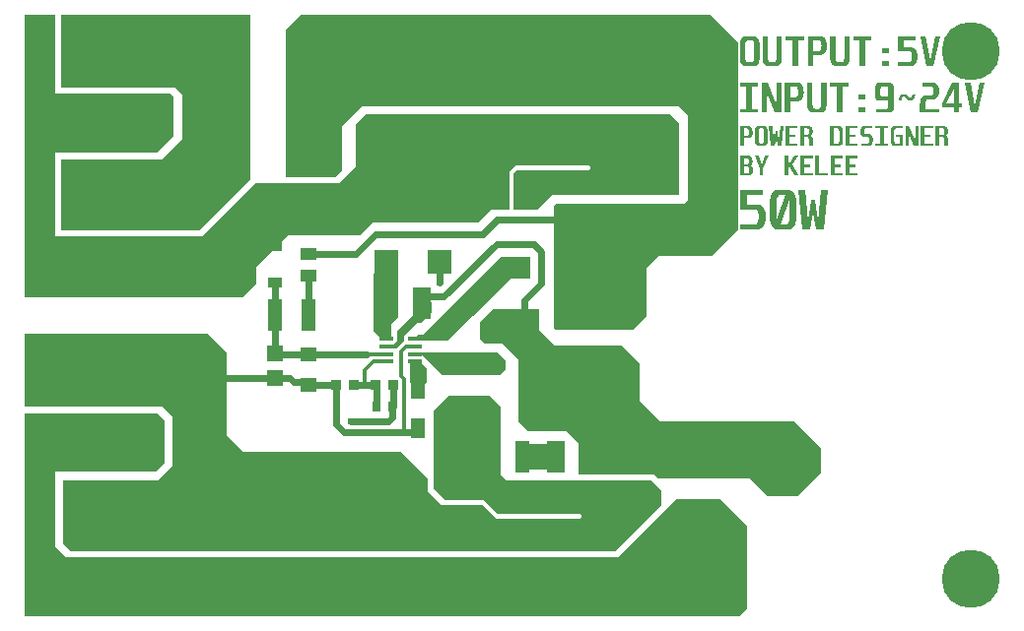
<source format=gtl>
G04*
G04 #@! TF.GenerationSoftware,Altium Limited,Altium Designer,20.2.8 (258)*
G04*
G04 Layer_Physical_Order=1*
G04 Layer_Color=255*
%FSLAX25Y25*%
%MOIN*%
G70*
G04*
G04 #@! TF.SameCoordinates,18C1B9BA-8449-4E8D-A104-6701744B7602*
G04*
G04*
G04 #@! TF.FilePolarity,Positive*
G04*
G01*
G75*
%ADD18R,0.06437X0.10630*%
%ADD19O,0.04811X0.01433*%
%ADD20R,0.07874X0.07874*%
%ADD21R,0.04724X0.03661*%
%ADD22R,0.05315X0.05551*%
%ADD23R,0.05512X0.04724*%
%ADD24R,0.05421X0.04459*%
%ADD25R,0.03150X0.03543*%
%ADD26R,0.05102X0.06919*%
%ADD27R,0.05049X0.11055*%
%ADD28R,0.03175X0.03402*%
%ADD29R,0.09843X0.04724*%
%ADD30R,0.25591X0.23622*%
%ADD31R,0.09354X0.08691*%
%ADD32R,0.10630X0.06437*%
%ADD33R,0.11929X0.15039*%
%ADD35C,0.02400*%
%ADD61C,0.01200*%
%ADD62R,0.13000X0.09000*%
%ADD63C,0.06299*%
%ADD64C,0.19685*%
%ADD65C,0.19685*%
%ADD66C,0.09055*%
%ADD67C,0.05000*%
%ADD68C,0.03600*%
%ADD69C,0.02400*%
G36*
X243500Y196500D02*
X243500Y133500D01*
X234500Y124500D01*
X216500Y124500D01*
X212300Y120300D01*
X212300Y103800D01*
X208500Y100000D01*
X208000Y99500D01*
X181500D01*
X181000Y100000D01*
Y141166D01*
X181834Y142000D01*
X225000Y142000D01*
X226500Y143500D01*
X226500Y172000D01*
X223500Y175000D01*
X116000Y175000D01*
X109500Y168500D01*
X109500Y153500D01*
X107000Y151000D01*
X90500D01*
Y201144D01*
X95356Y206000D01*
X234000D01*
X243500Y196500D01*
D02*
G37*
G36*
X12500Y179500D02*
X51500D01*
X52500Y178500D01*
Y165000D01*
X47000Y159500D01*
X12500D01*
Y131000D01*
X62000Y131000D01*
X80000Y149000D01*
X108500D01*
X114000Y154500D01*
Y169000D01*
X117500Y172500D01*
X220500D01*
X223500Y169500D01*
Y145000D01*
X180500D01*
X175500Y140000D01*
X167500D01*
Y152500D01*
X168500Y153500D01*
X193000D01*
X193500Y154000D01*
Y154500D01*
X193000Y155000D01*
X168000D01*
X166000Y153000D01*
X166000Y145000D01*
Y140000D01*
X160064Y140000D01*
X155560Y135600D01*
X119600Y135600D01*
X115500Y131500D01*
X91000Y131500D01*
X80400Y120900D01*
X80400Y115000D01*
X75900Y110500D01*
X2000D01*
Y206000D01*
X12500D01*
Y179500D01*
D02*
G37*
G36*
X78500Y150500D02*
X61000Y133000D01*
X14500Y133000D01*
Y157000D01*
X48500D01*
X55500Y164000D01*
Y179000D01*
X53000Y181500D01*
X14500D01*
Y206000D01*
X78500D01*
Y150500D01*
D02*
G37*
G36*
X173150Y117150D02*
X172900Y116900D01*
X166400Y116900D01*
X153700Y104200D01*
X145200Y95700D01*
X134068D01*
X134067Y96900D01*
X134400Y96900D01*
X135200Y97700D01*
X135800Y97700D01*
X136600Y97700D01*
X161400Y122500D01*
X163100Y124200D01*
X173150Y124200D01*
Y117150D01*
D02*
G37*
G36*
X128400Y103700D02*
X126100Y101400D01*
X126100Y96400D01*
X122900D01*
X120100Y99200D01*
Y118400D01*
X124200Y122500D01*
X128400D01*
X128400Y103700D01*
D02*
G37*
G36*
X139600Y105011D02*
X136189Y101600D01*
X134600Y101600D01*
X130300Y97300D01*
X130300Y95600D01*
X127900Y93200D01*
X125600Y93200D01*
Y94400D01*
X127000Y94400D01*
X128200Y95600D01*
X128200Y99200D01*
X133500Y104500D01*
X133500Y107500D01*
X134581Y108581D01*
X139600D01*
X139600Y105011D01*
D02*
G37*
G36*
X164696Y89233D02*
Y85896D01*
X162900Y84100D01*
X143400Y84100D01*
X140300Y87200D01*
X136900Y90600D01*
X134069Y90600D01*
Y91800D01*
X162129D01*
X164696Y89233D01*
D02*
G37*
G36*
X138000Y86400D02*
X138000Y81500D01*
X135839Y79339D01*
X134761Y79339D01*
X132400Y81700D01*
X132400Y84200D01*
Y88600D01*
X135800Y88600D01*
X138000Y86400D01*
D02*
G37*
G36*
X64000Y98000D02*
X70500Y91500D01*
X70500Y63500D01*
X76000Y58000D01*
X129500Y58000D01*
X138500Y49000D01*
Y44500D01*
X143000Y40000D01*
X157000D01*
X161500Y35500D01*
X190000D01*
X190500Y36000D01*
Y36500D01*
X190000Y37000D01*
X162100Y37000D01*
X157500Y41600D01*
X144400Y41600D01*
X140500Y45500D01*
Y72000D01*
X145500Y77000D01*
X159500D01*
X163000Y73500D01*
X163000Y50500D01*
X165000Y48500D01*
X214001Y48500D01*
X217500Y45000D01*
X217500Y40000D01*
X202000Y24500D01*
X17500Y24500D01*
X15000Y27000D01*
X15000Y48500D01*
X47000Y48500D01*
X52000Y53500D01*
X52000Y70000D01*
X48500Y73500D01*
X2000Y73500D01*
Y98000D01*
X64000Y98000D01*
D02*
G37*
G36*
X176000Y99500D02*
X181500Y94000D01*
X204000Y94000D01*
X210000Y88000D01*
X210000Y75500D01*
X217000Y68500D01*
X262500Y68500D01*
X271500Y59500D01*
Y51000D01*
X263500Y43000D01*
X253500D01*
X247500Y49000D01*
X216500Y49000D01*
X215000Y50500D01*
X189500D01*
X189500Y61000D01*
X185500Y65000D01*
X172500Y65000D01*
X169000Y68500D01*
X169000Y89500D01*
X163900Y94600D01*
X157700D01*
X156000Y96300D01*
Y102000D01*
X160500Y106500D01*
X176000Y106500D01*
X176000Y99500D01*
D02*
G37*
G36*
X49500Y68500D02*
Y54500D01*
X46500Y51500D01*
X12500D01*
Y26000D01*
X16000Y22500D01*
X203000D01*
X216500Y36000D01*
X222500Y42000D01*
X237500Y42000D01*
X246500Y33000D01*
X246500Y5000D01*
X244000Y2500D01*
X2000Y2500D01*
Y71000D01*
X47000D01*
X49500Y68500D01*
D02*
G37*
G36*
X272376Y133400D02*
X269673D01*
X268822Y138935D01*
X268729D01*
X267915Y133400D01*
X265194D01*
X263824Y146857D01*
X266194D01*
X267008Y136232D01*
X267082D01*
X268007Y143358D01*
X269562D01*
X270469Y136195D01*
X270562D01*
X271358Y146857D01*
X273727D01*
X272376Y133400D01*
D02*
G37*
G36*
X260622Y146838D02*
X260752Y146820D01*
X260918Y146783D01*
X261085Y146727D01*
X261251Y146653D01*
X261436Y146561D01*
X261455Y146542D01*
X261510Y146505D01*
X261603Y146449D01*
X261714Y146357D01*
X261844Y146246D01*
X261992Y146116D01*
X262121Y145968D01*
X262251Y145783D01*
X262269Y145765D01*
X262306Y145691D01*
X262380Y145598D01*
X262455Y145450D01*
X262528Y145283D01*
X262621Y145080D01*
X262714Y144839D01*
X262788Y144599D01*
X262806Y144562D01*
X262825Y144488D01*
X262862Y144339D01*
X262899Y144173D01*
X262936Y143951D01*
X262954Y143710D01*
X262991Y143432D01*
Y143155D01*
Y137047D01*
Y137009D01*
Y136917D01*
Y136769D01*
X262973Y136584D01*
X262954Y136362D01*
X262917Y136121D01*
X262806Y135621D01*
Y135584D01*
X262769Y135510D01*
X262732Y135381D01*
X262677Y135232D01*
X262603Y135047D01*
X262510Y134844D01*
X262269Y134455D01*
X262251Y134437D01*
X262214Y134381D01*
X262140Y134289D01*
X262047Y134177D01*
X261918Y134048D01*
X261788Y133918D01*
X261621Y133789D01*
X261455Y133678D01*
X261436Y133659D01*
X261381Y133641D01*
X261270Y133585D01*
X261159Y133548D01*
X260992Y133493D01*
X260826Y133437D01*
X260622Y133419D01*
X260418Y133400D01*
X256679D01*
X256568Y133419D01*
X256420Y133437D01*
X256254Y133474D01*
X256068Y133511D01*
X255883Y133585D01*
X255698Y133678D01*
X255680Y133696D01*
X255624Y133733D01*
X255532Y133789D01*
X255421Y133881D01*
X255310Y133992D01*
X255161Y134122D01*
X255032Y134270D01*
X254902Y134455D01*
X254884Y134474D01*
X254847Y134548D01*
X254791Y134640D01*
X254717Y134788D01*
X254625Y134955D01*
X254532Y135158D01*
X254440Y135381D01*
X254366Y135621D01*
Y135658D01*
X254329Y135732D01*
X254310Y135880D01*
X254273Y136047D01*
X254236Y136269D01*
X254218Y136510D01*
X254181Y136769D01*
Y137047D01*
Y143155D01*
Y143192D01*
Y143284D01*
X254199Y143432D01*
Y143636D01*
X254218Y143858D01*
X254255Y144099D01*
X254366Y144599D01*
X254384Y144636D01*
X254403Y144710D01*
X254440Y144839D01*
X254514Y145006D01*
X254588Y145191D01*
X254680Y145395D01*
X254902Y145783D01*
X254921Y145802D01*
X254958Y145857D01*
X255032Y145950D01*
X255143Y146061D01*
X255254Y146190D01*
X255402Y146320D01*
X255550Y146449D01*
X255717Y146561D01*
X255735Y146579D01*
X255809Y146616D01*
X255902Y146653D01*
X256031Y146709D01*
X256180Y146764D01*
X256365Y146820D01*
X256568Y146838D01*
X256772Y146857D01*
X260511D01*
X260622Y146838D01*
D02*
G37*
G36*
X251793Y145172D02*
X246499D01*
Y141729D01*
X250386D01*
X250497Y141711D01*
X250645Y141692D01*
X250793Y141656D01*
X250978Y141600D01*
X251145Y141526D01*
X251330Y141415D01*
X251348Y141396D01*
X251404Y141359D01*
X251497Y141285D01*
X251608Y141193D01*
X251737Y141063D01*
X251867Y140915D01*
X251996Y140749D01*
X252126Y140563D01*
X252144Y140545D01*
X252181Y140471D01*
X252237Y140360D01*
X252311Y140212D01*
X252403Y140027D01*
X252478Y139823D01*
X252552Y139582D01*
X252626Y139323D01*
Y139286D01*
X252663Y139194D01*
X252681Y139064D01*
X252718Y138879D01*
X252755Y138657D01*
X252774Y138416D01*
X252811Y138139D01*
Y137861D01*
Y137824D01*
Y137713D01*
X252792Y137546D01*
Y137343D01*
X252755Y137102D01*
X252718Y136824D01*
X252681Y136510D01*
X252607Y136214D01*
Y136177D01*
X252570Y136084D01*
X252533Y135917D01*
X252459Y135732D01*
X252385Y135510D01*
X252292Y135269D01*
X252052Y134770D01*
X252033Y134751D01*
X251996Y134677D01*
X251922Y134548D01*
X251811Y134418D01*
X251682Y134251D01*
X251552Y134085D01*
X251385Y133918D01*
X251200Y133770D01*
X251182Y133752D01*
X251126Y133715D01*
X251015Y133659D01*
X250886Y133585D01*
X250738Y133511D01*
X250553Y133456D01*
X250367Y133419D01*
X250164Y133400D01*
X244000D01*
Y135047D01*
X249109D01*
X249164Y135066D01*
X249238Y135084D01*
X249405Y135158D01*
X249498Y135214D01*
X249590Y135288D01*
X249608Y135307D01*
X249627Y135325D01*
X249683Y135381D01*
X249738Y135455D01*
X249849Y135658D01*
X249979Y135917D01*
Y135936D01*
X250016Y135991D01*
X250034Y136065D01*
X250071Y136177D01*
X250108Y136306D01*
X250164Y136454D01*
X250238Y136806D01*
Y136824D01*
X250256Y136898D01*
X250275Y136991D01*
X250293Y137120D01*
Y137269D01*
X250312Y137454D01*
X250330Y137824D01*
Y137842D01*
Y137879D01*
Y137935D01*
Y137990D01*
X250312Y138194D01*
X250293Y138435D01*
X250256Y138694D01*
X250219Y138971D01*
X250145Y139231D01*
X250053Y139471D01*
X250034Y139490D01*
X249997Y139564D01*
X249942Y139656D01*
X249849Y139767D01*
X249738Y139878D01*
X249590Y139971D01*
X249423Y140045D01*
X249220Y140064D01*
X244000D01*
Y146857D01*
X251793D01*
Y145172D01*
D02*
G37*
G36*
X261704Y155374D02*
X263684Y151600D01*
X262260D01*
X260650Y154736D01*
X260548Y154727D01*
Y151600D01*
X259244D01*
Y158325D01*
X260548D01*
Y155763D01*
X260641D01*
X262361Y158325D01*
X263703D01*
X261704Y155374D01*
D02*
G37*
G36*
X251918Y154014D02*
Y151600D01*
X250623D01*
Y154033D01*
X248939Y158325D01*
X250336D01*
X251289Y155115D01*
X251326D01*
X252279Y158325D01*
X253657D01*
X251918Y154014D01*
D02*
G37*
G36*
X283877Y157483D02*
X281065D01*
Y155383D01*
X283109D01*
Y154560D01*
X281065D01*
Y152423D01*
X283877D01*
Y151600D01*
X279761D01*
Y158325D01*
X283877D01*
Y157483D01*
D02*
G37*
G36*
X278789D02*
X275977D01*
Y155383D01*
X278022D01*
Y154560D01*
X275977D01*
Y152423D01*
X278789D01*
Y151600D01*
X274673D01*
Y158325D01*
X278789D01*
Y157483D01*
D02*
G37*
G36*
X270788Y152423D02*
X273766D01*
Y151600D01*
X269502D01*
Y158325D01*
X270788D01*
Y152423D01*
D02*
G37*
G36*
X268614Y157483D02*
X265802D01*
Y155383D01*
X267846D01*
Y154560D01*
X265802D01*
Y152423D01*
X268614D01*
Y151600D01*
X264498D01*
Y158325D01*
X268614D01*
Y157483D01*
D02*
G37*
G36*
X247099Y158316D02*
X247173Y158306D01*
X247256Y158288D01*
X247348Y158260D01*
X247432Y158223D01*
X247524Y158177D01*
X247533Y158168D01*
X247561Y158149D01*
X247607Y158121D01*
X247663Y158075D01*
X247728Y158019D01*
X247802Y157955D01*
X247867Y157881D01*
X247931Y157788D01*
X247940Y157779D01*
X247959Y157742D01*
X247996Y157696D01*
X248033Y157622D01*
X248070Y157538D01*
X248116Y157437D01*
X248163Y157317D01*
X248200Y157196D01*
Y157178D01*
X248218Y157141D01*
X248227Y157067D01*
X248246Y156983D01*
X248264Y156872D01*
X248273Y156752D01*
X248292Y156614D01*
Y156475D01*
Y156465D01*
Y156456D01*
Y156429D01*
Y156392D01*
X248283Y156308D01*
X248273Y156188D01*
X248255Y156059D01*
X248236Y155920D01*
X248200Y155781D01*
X248153Y155642D01*
X248144Y155624D01*
X248126Y155587D01*
X248098Y155522D01*
X248052Y155439D01*
X247996Y155346D01*
X247922Y155254D01*
X247830Y155161D01*
X247728Y155078D01*
X247737D01*
X247756Y155060D01*
X247783Y155041D01*
X247820Y155013D01*
X247903Y154921D01*
X247996Y154800D01*
X248005Y154791D01*
X248014Y154773D01*
X248042Y154736D01*
X248070Y154690D01*
X248107Y154625D01*
X248144Y154560D01*
X248218Y154403D01*
Y154393D01*
X248236Y154366D01*
X248246Y154320D01*
X248273Y154264D01*
X248292Y154199D01*
X248320Y154116D01*
X248357Y153940D01*
Y153931D01*
X248366Y153903D01*
X248375Y153857D01*
X248384Y153792D01*
X248394Y153718D01*
X248403Y153644D01*
X248412Y153478D01*
Y153459D01*
Y153413D01*
Y153330D01*
X248403Y153237D01*
X248394Y153126D01*
X248375Y152997D01*
X248320Y152738D01*
Y152719D01*
X248301Y152682D01*
X248283Y152618D01*
X248255Y152534D01*
X248218Y152442D01*
X248172Y152340D01*
X248052Y152137D01*
X248042Y152127D01*
X248024Y152100D01*
X247987Y152053D01*
X247940Y151998D01*
X247876Y151933D01*
X247811Y151868D01*
X247728Y151794D01*
X247644Y151739D01*
X247635Y151730D01*
X247607Y151720D01*
X247552Y151692D01*
X247497Y151674D01*
X247413Y151646D01*
X247321Y151619D01*
X247228Y151609D01*
X247117Y151600D01*
X244000D01*
Y158325D01*
X247043D01*
X247099Y158316D01*
D02*
G37*
G36*
X304282Y161700D02*
X302830D01*
X300961Y166205D01*
Y161700D01*
X299953D01*
Y168425D01*
X301239D01*
X303265Y163365D01*
Y168425D01*
X304282D01*
Y161700D01*
D02*
G37*
G36*
X258134D02*
X256784D01*
X256358Y164466D01*
X256312D01*
X255905Y161700D01*
X254545D01*
X253860Y168425D01*
X255045D01*
X255451Y163115D01*
X255488D01*
X255951Y166676D01*
X256728D01*
X257181Y163097D01*
X257227D01*
X257625Y168425D01*
X258809D01*
X258134Y161700D01*
D02*
G37*
G36*
X313033Y168415D02*
X313098D01*
X313172Y168406D01*
X313338Y168369D01*
X313523Y168314D01*
X313708Y168240D01*
X313893Y168129D01*
X313967Y168055D01*
X314041Y167981D01*
Y167972D01*
X314059Y167962D01*
X314078Y167935D01*
X314096Y167897D01*
X314124Y167851D01*
X314161Y167796D01*
X314189Y167722D01*
X314226Y167639D01*
X314263Y167546D01*
X314291Y167444D01*
X314328Y167324D01*
X314355Y167194D01*
X314374Y167056D01*
X314392Y166899D01*
X314411Y166732D01*
Y166556D01*
Y166547D01*
Y166538D01*
Y166510D01*
Y166473D01*
X314402Y166371D01*
X314383Y166251D01*
X314365Y166112D01*
X314328Y165964D01*
X314282Y165807D01*
X314217Y165659D01*
X314208Y165640D01*
X314180Y165594D01*
X314134Y165530D01*
X314069Y165446D01*
X313976Y165354D01*
X313865Y165261D01*
X313726Y165169D01*
X313560Y165085D01*
X313569D01*
X313597Y165076D01*
X313634Y165058D01*
X313680Y165039D01*
X313801Y164984D01*
X313921Y164910D01*
X313930D01*
X313948Y164891D01*
X313976Y164873D01*
X314022Y164845D01*
X314106Y164762D01*
X314198Y164660D01*
X314208Y164651D01*
X314217Y164632D01*
X314235Y164604D01*
X314263Y164558D01*
X314291Y164503D01*
X314328Y164447D01*
X314374Y164299D01*
Y164290D01*
X314383Y164262D01*
X314392Y164216D01*
X314411Y164161D01*
X314420Y164086D01*
X314429Y164003D01*
X314439Y163911D01*
Y163809D01*
Y161700D01*
X313209D01*
Y163328D01*
Y163347D01*
Y163383D01*
Y163448D01*
X313199Y163531D01*
X313190Y163624D01*
X313181Y163735D01*
X313135Y163976D01*
X313060Y164207D01*
X313014Y164318D01*
X312949Y164410D01*
X312885Y164494D01*
X312802Y164558D01*
X312709Y164595D01*
X312598Y164614D01*
X311442D01*
Y161700D01*
X310156D01*
Y168425D01*
X312977D01*
X313033Y168415D01*
D02*
G37*
G36*
X309268Y167583D02*
X306456D01*
Y165483D01*
X308500D01*
Y164660D01*
X306456D01*
Y162523D01*
X309268D01*
Y161700D01*
X305152D01*
Y168425D01*
X309268D01*
Y167583D01*
D02*
G37*
G36*
X299019D02*
X296734D01*
X296679Y167574D01*
X296596Y167546D01*
X296512Y167500D01*
X296494Y167481D01*
X296447Y167444D01*
X296392Y167370D01*
X296327Y167278D01*
Y167269D01*
X296318Y167250D01*
X296300Y167222D01*
X296281Y167185D01*
X296235Y167084D01*
X296198Y166954D01*
Y166945D01*
X296188Y166926D01*
Y166889D01*
X296179Y166843D01*
X296170Y166788D01*
Y166723D01*
X296161Y166575D01*
Y163522D01*
Y163513D01*
Y163485D01*
Y163448D01*
X296170Y163402D01*
X296179Y163282D01*
X296198Y163143D01*
Y163134D01*
X296207Y163115D01*
X296216Y163078D01*
X296235Y163041D01*
X296272Y162940D01*
X296318Y162829D01*
Y162819D01*
X296337Y162810D01*
X296374Y162745D01*
X296438Y162680D01*
X296512Y162607D01*
X296521D01*
X296531Y162597D01*
X296586Y162569D01*
X296660Y162532D01*
X296753Y162523D01*
X297927D01*
Y164660D01*
X296817D01*
Y165492D01*
X299121D01*
Y161700D01*
X296170D01*
X296114Y161709D01*
X296041Y161718D01*
X295957Y161737D01*
X295865Y161756D01*
X295772Y161793D01*
X295680Y161839D01*
X295671Y161848D01*
X295643Y161866D01*
X295597Y161894D01*
X295541Y161941D01*
X295485Y161996D01*
X295411Y162061D01*
X295347Y162135D01*
X295282Y162218D01*
X295273Y162227D01*
X295254Y162264D01*
X295227Y162311D01*
X295189Y162384D01*
X295143Y162468D01*
X295106Y162569D01*
X295060Y162680D01*
X295023Y162801D01*
Y162819D01*
X295005Y162856D01*
X294995Y162930D01*
X294977Y163014D01*
X294958Y163125D01*
X294949Y163245D01*
X294931Y163383D01*
Y163522D01*
Y166575D01*
Y166593D01*
Y166639D01*
X294940Y166714D01*
Y166815D01*
X294949Y166926D01*
X294968Y167046D01*
X295023Y167296D01*
X295032Y167315D01*
X295041Y167352D01*
X295060Y167417D01*
X295097Y167500D01*
X295134Y167592D01*
X295180Y167694D01*
X295291Y167888D01*
X295301Y167897D01*
X295319Y167925D01*
X295356Y167972D01*
X295402Y168027D01*
X295458Y168092D01*
X295532Y168157D01*
X295606Y168221D01*
X295689Y168277D01*
X295698Y168286D01*
X295735Y168305D01*
X295781Y168323D01*
X295846Y168351D01*
X295920Y168378D01*
X296013Y168406D01*
X296114Y168415D01*
X296216Y168425D01*
X299019D01*
Y167583D01*
D02*
G37*
G36*
X294005D02*
X292600D01*
Y162523D01*
X294005D01*
Y161700D01*
X289880D01*
Y162523D01*
X291304D01*
Y167583D01*
X289880D01*
Y168425D01*
X294005D01*
Y167583D01*
D02*
G37*
G36*
X288705D02*
X286494D01*
X286430Y167574D01*
X286347Y167555D01*
X286263Y167509D01*
X286245Y167500D01*
X286198Y167454D01*
X286143Y167389D01*
X286078Y167296D01*
Y167287D01*
X286069Y167278D01*
X286051Y167250D01*
X286041Y167213D01*
X286004Y167111D01*
X285967Y166991D01*
Y166982D01*
X285958Y166963D01*
Y166926D01*
X285949Y166880D01*
X285940Y166769D01*
X285930Y166630D01*
Y166621D01*
Y166612D01*
Y166556D01*
X285940Y166482D01*
X285949Y166381D01*
X285967Y166270D01*
X285995Y166149D01*
X286032Y166038D01*
X286087Y165927D01*
X286097Y165918D01*
X286115Y165890D01*
X286152Y165844D01*
X286198Y165798D01*
X286263Y165752D01*
X286337Y165705D01*
X286420Y165677D01*
X286513Y165668D01*
X287697D01*
X287762Y165659D01*
X287845Y165650D01*
X287937Y165631D01*
X288039Y165603D01*
X288141Y165567D01*
X288233Y165520D01*
X288243Y165511D01*
X288280Y165492D01*
X288326Y165465D01*
X288382Y165419D01*
X288456Y165363D01*
X288529Y165298D01*
X288603Y165224D01*
X288668Y165132D01*
X288678Y165122D01*
X288696Y165085D01*
X288733Y165039D01*
X288770Y164965D01*
X288807Y164882D01*
X288853Y164780D01*
X288890Y164660D01*
X288927Y164540D01*
Y164521D01*
X288946Y164484D01*
X288955Y164410D01*
X288973Y164318D01*
X288992Y164207D01*
X289001Y164077D01*
X289020Y163929D01*
Y163781D01*
Y163772D01*
Y163763D01*
Y163707D01*
X289011Y163624D01*
Y163513D01*
X288992Y163393D01*
X288973Y163254D01*
X288955Y163115D01*
X288918Y162967D01*
Y162949D01*
X288899Y162902D01*
X288881Y162829D01*
X288853Y162745D01*
X288816Y162634D01*
X288770Y162523D01*
X288650Y162301D01*
X288640Y162292D01*
X288622Y162255D01*
X288585Y162209D01*
X288539Y162144D01*
X288474Y162070D01*
X288400Y161996D01*
X288326Y161922D01*
X288233Y161857D01*
X288224Y161848D01*
X288187Y161829D01*
X288141Y161811D01*
X288076Y161783D01*
X288002Y161746D01*
X287910Y161728D01*
X287808Y161709D01*
X287706Y161700D01*
X284922D01*
Y162523D01*
X287188D01*
X287216Y162532D01*
X287253D01*
X287336Y162560D01*
X287429Y162607D01*
X287438D01*
X287447Y162625D01*
X287503Y162671D01*
X287567Y162745D01*
X287632Y162847D01*
Y162856D01*
X287651Y162875D01*
X287660Y162902D01*
X287679Y162949D01*
X287697Y162995D01*
X287716Y163060D01*
X287753Y163198D01*
Y163208D01*
X287762Y163235D01*
X287771Y163273D01*
X287780Y163328D01*
Y163393D01*
X287790Y163467D01*
X287799Y163633D01*
Y163643D01*
Y163680D01*
Y163735D01*
X287790Y163800D01*
X287780Y163948D01*
X287753Y164096D01*
Y164105D01*
X287743Y164133D01*
X287734Y164161D01*
X287716Y164207D01*
X287669Y164309D01*
X287595Y164401D01*
X287586Y164410D01*
X287577Y164419D01*
X287549Y164438D01*
X287521Y164466D01*
X287420Y164521D01*
X287299Y164567D01*
X287290D01*
X287262Y164577D01*
X287225Y164586D01*
X287170Y164595D01*
X287105D01*
X287022Y164604D01*
X286929Y164614D01*
X286051D01*
X285986Y164623D01*
X285903Y164632D01*
X285810Y164651D01*
X285708Y164669D01*
X285597Y164706D01*
X285495Y164752D01*
X285486Y164762D01*
X285449Y164780D01*
X285403Y164808D01*
X285348Y164854D01*
X285274Y164910D01*
X285199Y164974D01*
X285125Y165049D01*
X285051Y165132D01*
X285042Y165141D01*
X285024Y165178D01*
X284987Y165234D01*
X284950Y165298D01*
X284913Y165391D01*
X284866Y165483D01*
X284820Y165603D01*
X284783Y165724D01*
Y165742D01*
X284765Y165788D01*
X284755Y165853D01*
X284737Y165946D01*
X284718Y166057D01*
X284709Y166186D01*
X284691Y166334D01*
Y166482D01*
Y166491D01*
Y166501D01*
Y166547D01*
X284700Y166630D01*
Y166723D01*
X284709Y166843D01*
X284728Y166963D01*
X284783Y167232D01*
Y167250D01*
X284802Y167296D01*
X284820Y167361D01*
X284848Y167444D01*
X284885Y167546D01*
X284931Y167648D01*
X284987Y167750D01*
X285042Y167851D01*
X285051Y167860D01*
X285070Y167897D01*
X285107Y167944D01*
X285153Y167999D01*
X285209Y168064D01*
X285283Y168138D01*
X285357Y168203D01*
X285440Y168268D01*
X285449Y168277D01*
X285486Y168295D01*
X285532Y168314D01*
X285597Y168351D01*
X285681Y168378D01*
X285764Y168397D01*
X285865Y168415D01*
X285977Y168425D01*
X288705D01*
Y167583D01*
D02*
G37*
G36*
X283830D02*
X281018D01*
Y165483D01*
X283063D01*
Y164660D01*
X281018D01*
Y162523D01*
X283830D01*
Y161700D01*
X279714D01*
Y168425D01*
X283830D01*
Y167583D01*
D02*
G37*
G36*
X277661Y168415D02*
X277735Y168406D01*
X277809Y168388D01*
X277901Y168360D01*
X277984Y168323D01*
X278077Y168277D01*
X278086Y168268D01*
X278114Y168249D01*
X278160Y168221D01*
X278216Y168175D01*
X278280Y168120D01*
X278345Y168055D01*
X278410Y167981D01*
X278475Y167888D01*
X278484Y167879D01*
X278502Y167842D01*
X278530Y167796D01*
X278567Y167722D01*
X278613Y167639D01*
X278650Y167537D01*
X278697Y167417D01*
X278734Y167296D01*
X278743Y167278D01*
X278752Y167241D01*
X278771Y167167D01*
X278789Y167084D01*
X278808Y166972D01*
X278817Y166852D01*
X278836Y166714D01*
Y166575D01*
Y163522D01*
Y163504D01*
Y163458D01*
Y163383D01*
X278826Y163291D01*
X278817Y163180D01*
X278799Y163050D01*
X278743Y162801D01*
Y162782D01*
X278725Y162745D01*
X278706Y162680D01*
X278678Y162607D01*
X278641Y162514D01*
X278595Y162412D01*
X278484Y162218D01*
X278475Y162209D01*
X278456Y162181D01*
X278419Y162135D01*
X278373Y162079D01*
X278308Y162024D01*
X278243Y161959D01*
X278160Y161894D01*
X278077Y161839D01*
X278068Y161829D01*
X278040Y161820D01*
X277984Y161793D01*
X277929Y161774D01*
X277846Y161746D01*
X277763Y161718D01*
X277661Y161709D01*
X277559Y161700D01*
X274543D01*
Y168425D01*
X277605D01*
X277661Y168415D01*
D02*
G37*
G36*
X267245D02*
X267310D01*
X267384Y168406D01*
X267550Y168369D01*
X267736Y168314D01*
X267920Y168240D01*
X268106Y168129D01*
X268179Y168055D01*
X268253Y167981D01*
Y167972D01*
X268272Y167962D01*
X268290Y167935D01*
X268309Y167897D01*
X268337Y167851D01*
X268374Y167796D01*
X268402Y167722D01*
X268439Y167639D01*
X268476Y167546D01*
X268503Y167444D01*
X268540Y167324D01*
X268568Y167194D01*
X268586Y167056D01*
X268605Y166899D01*
X268623Y166732D01*
Y166556D01*
Y166547D01*
Y166538D01*
Y166510D01*
Y166473D01*
X268614Y166371D01*
X268596Y166251D01*
X268577Y166112D01*
X268540Y165964D01*
X268494Y165807D01*
X268429Y165659D01*
X268420Y165640D01*
X268392Y165594D01*
X268346Y165530D01*
X268281Y165446D01*
X268189Y165354D01*
X268078Y165261D01*
X267939Y165169D01*
X267773Y165085D01*
X267782D01*
X267810Y165076D01*
X267846Y165058D01*
X267893Y165039D01*
X268013Y164984D01*
X268133Y164910D01*
X268143D01*
X268161Y164891D01*
X268189Y164873D01*
X268235Y164845D01*
X268318Y164762D01*
X268411Y164660D01*
X268420Y164651D01*
X268429Y164632D01*
X268448Y164604D01*
X268476Y164558D01*
X268503Y164503D01*
X268540Y164447D01*
X268586Y164299D01*
Y164290D01*
X268596Y164262D01*
X268605Y164216D01*
X268623Y164161D01*
X268633Y164086D01*
X268642Y164003D01*
X268651Y163911D01*
Y163809D01*
Y161700D01*
X267421D01*
Y163328D01*
Y163347D01*
Y163383D01*
Y163448D01*
X267412Y163531D01*
X267403Y163624D01*
X267393Y163735D01*
X267347Y163976D01*
X267273Y164207D01*
X267227Y164318D01*
X267162Y164410D01*
X267097Y164494D01*
X267014Y164558D01*
X266921Y164595D01*
X266810Y164614D01*
X265654D01*
Y161700D01*
X264369D01*
Y168425D01*
X267190D01*
X267245Y168415D01*
D02*
G37*
G36*
X263480Y167583D02*
X260668D01*
Y165483D01*
X262713D01*
Y164660D01*
X260668D01*
Y162523D01*
X263480D01*
Y161700D01*
X259364D01*
Y168425D01*
X263480D01*
Y167583D01*
D02*
G37*
G36*
X252279Y168415D02*
X252344Y168406D01*
X252427Y168388D01*
X252510Y168360D01*
X252603Y168323D01*
X252695Y168277D01*
X252704Y168268D01*
X252741Y168249D01*
X252787Y168221D01*
X252843Y168175D01*
X252908Y168120D01*
X252973Y168055D01*
X253046Y167981D01*
X253111Y167888D01*
X253120Y167879D01*
X253139Y167842D01*
X253167Y167796D01*
X253204Y167722D01*
X253250Y167639D01*
X253287Y167537D01*
X253333Y167417D01*
X253370Y167296D01*
Y167278D01*
X253389Y167241D01*
X253398Y167167D01*
X253416Y167084D01*
X253435Y166972D01*
X253444Y166852D01*
X253463Y166714D01*
Y166575D01*
Y163522D01*
Y163504D01*
Y163458D01*
Y163383D01*
X253453Y163291D01*
X253444Y163180D01*
X253426Y163060D01*
X253370Y162810D01*
Y162792D01*
X253352Y162754D01*
X253333Y162690D01*
X253306Y162616D01*
X253269Y162523D01*
X253232Y162422D01*
X253120Y162227D01*
X253111Y162218D01*
X253093Y162190D01*
X253056Y162144D01*
X253010Y162089D01*
X252945Y162024D01*
X252880Y161959D01*
X252713Y161839D01*
X252704Y161829D01*
X252667Y161820D01*
X252621Y161793D01*
X252556Y161774D01*
X252473Y161746D01*
X252390Y161718D01*
X252288Y161709D01*
X252177Y161700D01*
X250281D01*
X250225Y161709D01*
X250151Y161718D01*
X250068Y161737D01*
X249985Y161756D01*
X249892Y161793D01*
X249800Y161839D01*
X249791Y161848D01*
X249763Y161866D01*
X249716Y161894D01*
X249661Y161941D01*
X249596Y161996D01*
X249522Y162061D01*
X249448Y162135D01*
X249383Y162227D01*
X249374Y162236D01*
X249356Y162274D01*
X249328Y162320D01*
X249291Y162394D01*
X249245Y162477D01*
X249208Y162579D01*
X249162Y162690D01*
X249125Y162810D01*
Y162829D01*
X249115Y162865D01*
X249097Y162940D01*
X249088Y163023D01*
X249069Y163134D01*
X249050Y163254D01*
X249041Y163383D01*
Y163522D01*
Y166575D01*
Y166593D01*
Y166639D01*
X249050Y166714D01*
Y166815D01*
X249060Y166926D01*
X249078Y167046D01*
X249125Y167296D01*
Y167315D01*
X249143Y167352D01*
X249162Y167417D01*
X249189Y167500D01*
X249226Y167592D01*
X249272Y167694D01*
X249383Y167888D01*
X249393Y167897D01*
X249411Y167925D01*
X249448Y167972D01*
X249504Y168027D01*
X249559Y168092D01*
X249633Y168157D01*
X249716Y168221D01*
X249800Y168277D01*
X249809Y168286D01*
X249846Y168305D01*
X249892Y168323D01*
X249957Y168351D01*
X250031Y168378D01*
X250124Y168406D01*
X250225Y168415D01*
X250327Y168425D01*
X252223D01*
X252279Y168415D01*
D02*
G37*
G36*
X247136D02*
X247200Y168406D01*
X247284Y168378D01*
X247367Y168351D01*
X247450Y168305D01*
X247543Y168249D01*
X247552Y168240D01*
X247580Y168221D01*
X247626Y168184D01*
X247681Y168129D01*
X247746Y168064D01*
X247820Y167990D01*
X247885Y167897D01*
X247950Y167796D01*
X247959Y167787D01*
X247977Y167750D01*
X248005Y167685D01*
X248042Y167602D01*
X248089Y167509D01*
X248126Y167389D01*
X248172Y167259D01*
X248209Y167121D01*
X248218Y167102D01*
X248227Y167056D01*
X248246Y166972D01*
X248264Y166871D01*
X248283Y166751D01*
X248292Y166612D01*
X248310Y166464D01*
Y166306D01*
Y166297D01*
Y166288D01*
Y166233D01*
Y166149D01*
X248301Y166038D01*
X248292Y165909D01*
X248273Y165770D01*
X248218Y165483D01*
Y165465D01*
X248200Y165419D01*
X248181Y165354D01*
X248153Y165261D01*
X248116Y165159D01*
X248070Y165058D01*
X247959Y164836D01*
X247950Y164827D01*
X247931Y164789D01*
X247894Y164743D01*
X247848Y164679D01*
X247783Y164614D01*
X247719Y164540D01*
X247635Y164475D01*
X247552Y164410D01*
X247543Y164401D01*
X247515Y164392D01*
X247460Y164364D01*
X247404Y164336D01*
X247321Y164309D01*
X247237Y164290D01*
X247136Y164271D01*
X247034Y164262D01*
X245286D01*
Y161700D01*
X244000D01*
Y168425D01*
X247080D01*
X247136Y168415D01*
D02*
G37*
G36*
X294260Y193100D02*
X291969D01*
Y194779D01*
X294260D01*
Y193100D01*
D02*
G37*
G36*
X309472Y188700D02*
X307099D01*
X304961Y198791D01*
X306890D01*
X308264Y190713D01*
X308459D01*
X310027Y198791D01*
X311804D01*
X309472Y188700D01*
D02*
G37*
G36*
X281129Y191434D02*
Y191407D01*
Y191337D01*
Y191226D01*
X281115Y191087D01*
X281101Y190921D01*
X281073Y190726D01*
X280990Y190352D01*
Y190324D01*
X280962Y190268D01*
X280935Y190171D01*
X280893Y190060D01*
X280837Y189921D01*
X280768Y189769D01*
X280602Y189477D01*
X280588Y189463D01*
X280560Y189422D01*
X280504Y189352D01*
X280435Y189269D01*
X280338Y189186D01*
X280241Y189089D01*
X280116Y188991D01*
X279991Y188908D01*
X279977Y188894D01*
X279935Y188880D01*
X279852Y188839D01*
X279755Y188811D01*
X279644Y188769D01*
X279505Y188728D01*
X279352Y188714D01*
X279186Y188700D01*
X276410D01*
X276326Y188714D01*
X276216Y188728D01*
X276091Y188756D01*
X275952Y188783D01*
X275813Y188839D01*
X275674Y188908D01*
X275660Y188922D01*
X275619Y188950D01*
X275549Y188991D01*
X275466Y189061D01*
X275383Y189144D01*
X275272Y189241D01*
X275174Y189352D01*
X275077Y189477D01*
X275063Y189491D01*
X275036Y189547D01*
X274994Y189616D01*
X274939Y189727D01*
X274869Y189852D01*
X274814Y190005D01*
X274744Y190171D01*
X274689Y190352D01*
Y190380D01*
X274675Y190435D01*
X274647Y190546D01*
X274633Y190671D01*
X274605Y190838D01*
X274578Y191018D01*
X274564Y191226D01*
Y191434D01*
Y198791D01*
X276410D01*
Y191434D01*
Y191420D01*
Y191379D01*
Y191323D01*
X276424Y191254D01*
X276438Y191060D01*
X276465Y190851D01*
Y190838D01*
X276479Y190810D01*
X276493Y190754D01*
X276521Y190699D01*
X276576Y190546D01*
X276646Y190380D01*
Y190366D01*
X276674Y190352D01*
X276729Y190268D01*
X276812Y190157D01*
X276923Y190060D01*
X276937D01*
X276951Y190046D01*
X277034Y190005D01*
X277145Y189949D01*
X277298Y189935D01*
X278409D01*
X278506Y189949D01*
X278617Y189991D01*
X278742Y190060D01*
X278755D01*
X278769Y190088D01*
X278839Y190144D01*
X278936Y190255D01*
X279019Y190380D01*
Y190393D01*
X279033Y190421D01*
X279061Y190463D01*
X279089Y190518D01*
X279130Y190671D01*
X279186Y190851D01*
Y190865D01*
X279200Y190907D01*
X279214Y190962D01*
X279227Y191032D01*
Y191115D01*
X279241Y191212D01*
X279255Y191434D01*
Y198791D01*
X281129D01*
Y191434D01*
D02*
G37*
G36*
X258227D02*
Y191407D01*
Y191337D01*
Y191226D01*
X258213Y191087D01*
X258199Y190921D01*
X258172Y190726D01*
X258088Y190352D01*
Y190324D01*
X258060Y190268D01*
X258033Y190171D01*
X257991Y190060D01*
X257936Y189921D01*
X257866Y189769D01*
X257700Y189477D01*
X257686Y189463D01*
X257658Y189422D01*
X257602Y189352D01*
X257533Y189269D01*
X257436Y189186D01*
X257339Y189089D01*
X257214Y188991D01*
X257089Y188908D01*
X257075Y188894D01*
X257033Y188880D01*
X256950Y188839D01*
X256853Y188811D01*
X256742Y188769D01*
X256603Y188728D01*
X256450Y188714D01*
X256284Y188700D01*
X253508D01*
X253425Y188714D01*
X253313Y188728D01*
X253189Y188756D01*
X253050Y188783D01*
X252911Y188839D01*
X252772Y188908D01*
X252758Y188922D01*
X252717Y188950D01*
X252647Y188991D01*
X252564Y189061D01*
X252481Y189144D01*
X252370Y189241D01*
X252273Y189352D01*
X252175Y189477D01*
X252161Y189491D01*
X252134Y189547D01*
X252092Y189616D01*
X252036Y189727D01*
X251967Y189852D01*
X251912Y190005D01*
X251842Y190171D01*
X251787Y190352D01*
Y190380D01*
X251773Y190435D01*
X251745Y190546D01*
X251731Y190671D01*
X251703Y190838D01*
X251676Y191018D01*
X251662Y191226D01*
Y191434D01*
Y198791D01*
X253508D01*
Y191434D01*
Y191420D01*
Y191379D01*
Y191323D01*
X253522Y191254D01*
X253536Y191060D01*
X253563Y190851D01*
Y190838D01*
X253577Y190810D01*
X253591Y190754D01*
X253619Y190699D01*
X253674Y190546D01*
X253744Y190380D01*
Y190366D01*
X253771Y190352D01*
X253827Y190268D01*
X253910Y190157D01*
X254021Y190060D01*
X254035D01*
X254049Y190046D01*
X254132Y190005D01*
X254243Y189949D01*
X254396Y189935D01*
X255506D01*
X255604Y189949D01*
X255715Y189991D01*
X255840Y190060D01*
X255854D01*
X255867Y190088D01*
X255937Y190144D01*
X256034Y190255D01*
X256117Y190380D01*
Y190393D01*
X256131Y190421D01*
X256159Y190463D01*
X256187Y190518D01*
X256228Y190671D01*
X256284Y190851D01*
Y190865D01*
X256298Y190907D01*
X256312Y190962D01*
X256325Y191032D01*
Y191115D01*
X256339Y191212D01*
X256353Y191434D01*
Y198791D01*
X258227D01*
Y191434D01*
D02*
G37*
G36*
X303281Y197528D02*
X299312D01*
Y194946D01*
X302227D01*
X302310Y194932D01*
X302421Y194918D01*
X302532Y194890D01*
X302671Y194849D01*
X302796Y194793D01*
X302935Y194710D01*
X302948Y194696D01*
X302990Y194668D01*
X303059Y194613D01*
X303143Y194544D01*
X303240Y194446D01*
X303337Y194335D01*
X303434Y194210D01*
X303531Y194072D01*
X303545Y194058D01*
X303573Y194002D01*
X303615Y193919D01*
X303670Y193808D01*
X303740Y193669D01*
X303795Y193516D01*
X303851Y193336D01*
X303906Y193142D01*
Y193114D01*
X303934Y193044D01*
X303948Y192947D01*
X303976Y192808D01*
X304003Y192642D01*
X304017Y192462D01*
X304045Y192253D01*
Y192045D01*
Y192017D01*
Y191934D01*
X304031Y191809D01*
Y191656D01*
X304003Y191476D01*
X303976Y191268D01*
X303948Y191032D01*
X303892Y190810D01*
Y190782D01*
X303864Y190713D01*
X303837Y190588D01*
X303781Y190449D01*
X303726Y190282D01*
X303656Y190102D01*
X303476Y189727D01*
X303462Y189713D01*
X303434Y189658D01*
X303379Y189561D01*
X303295Y189463D01*
X303198Y189339D01*
X303101Y189214D01*
X302976Y189089D01*
X302837Y188978D01*
X302823Y188964D01*
X302782Y188936D01*
X302698Y188894D01*
X302601Y188839D01*
X302490Y188783D01*
X302351Y188742D01*
X302213Y188714D01*
X302060Y188700D01*
X297438D01*
Y189935D01*
X301269D01*
X301310Y189949D01*
X301366Y189963D01*
X301491Y190019D01*
X301560Y190060D01*
X301630Y190116D01*
X301644Y190130D01*
X301658Y190144D01*
X301699Y190185D01*
X301741Y190241D01*
X301824Y190393D01*
X301921Y190588D01*
Y190602D01*
X301949Y190643D01*
X301963Y190699D01*
X301991Y190782D01*
X302018Y190879D01*
X302060Y190990D01*
X302116Y191254D01*
Y191268D01*
X302129Y191323D01*
X302143Y191393D01*
X302157Y191490D01*
Y191601D01*
X302171Y191740D01*
X302185Y192017D01*
Y192031D01*
Y192059D01*
Y192101D01*
Y192142D01*
X302171Y192295D01*
X302157Y192475D01*
X302129Y192670D01*
X302102Y192878D01*
X302046Y193072D01*
X301977Y193253D01*
X301963Y193266D01*
X301935Y193322D01*
X301893Y193391D01*
X301824Y193475D01*
X301741Y193558D01*
X301630Y193627D01*
X301505Y193683D01*
X301352Y193697D01*
X297438D01*
Y198791D01*
X303281D01*
Y197528D01*
D02*
G37*
G36*
X294260Y188700D02*
X291969D01*
Y190366D01*
X294260D01*
Y188700D01*
D02*
G37*
G36*
X288583Y197528D02*
X286487D01*
Y188700D01*
X284571D01*
Y197528D01*
X282378D01*
Y198791D01*
X288583D01*
Y197528D01*
D02*
G37*
G36*
X271677Y198777D02*
X271774Y198763D01*
X271899Y198721D01*
X272024Y198680D01*
X272149Y198610D01*
X272287Y198527D01*
X272301Y198513D01*
X272343Y198485D01*
X272412Y198430D01*
X272496Y198347D01*
X272593Y198249D01*
X272704Y198138D01*
X272801Y198000D01*
X272898Y197847D01*
X272912Y197833D01*
X272940Y197777D01*
X272981Y197680D01*
X273037Y197555D01*
X273106Y197417D01*
X273162Y197236D01*
X273231Y197042D01*
X273287Y196834D01*
X273301Y196806D01*
X273315Y196737D01*
X273342Y196612D01*
X273370Y196459D01*
X273398Y196279D01*
X273412Y196070D01*
X273440Y195848D01*
Y195612D01*
Y195598D01*
Y195584D01*
Y195501D01*
Y195376D01*
X273426Y195210D01*
X273412Y195015D01*
X273384Y194807D01*
X273301Y194377D01*
Y194349D01*
X273273Y194280D01*
X273245Y194183D01*
X273203Y194044D01*
X273148Y193891D01*
X273079Y193738D01*
X272912Y193405D01*
X272898Y193391D01*
X272870Y193336D01*
X272815Y193266D01*
X272745Y193169D01*
X272648Y193072D01*
X272551Y192961D01*
X272426Y192864D01*
X272301Y192767D01*
X272287Y192753D01*
X272246Y192739D01*
X272163Y192697D01*
X272079Y192656D01*
X271954Y192614D01*
X271829Y192586D01*
X271677Y192559D01*
X271524Y192545D01*
X268901D01*
Y188700D01*
X266971D01*
Y198791D01*
X271593D01*
X271677Y198777D01*
D02*
G37*
G36*
X265681Y197528D02*
X263585D01*
Y188700D01*
X261669D01*
Y197528D01*
X259476D01*
Y198791D01*
X265681D01*
Y197528D01*
D02*
G37*
G36*
X248858Y198777D02*
X248955Y198763D01*
X249080Y198735D01*
X249205Y198694D01*
X249344Y198638D01*
X249483Y198569D01*
X249497Y198555D01*
X249552Y198527D01*
X249621Y198485D01*
X249705Y198416D01*
X249802Y198333D01*
X249899Y198236D01*
X250010Y198125D01*
X250107Y197986D01*
X250121Y197972D01*
X250149Y197916D01*
X250190Y197847D01*
X250246Y197736D01*
X250315Y197611D01*
X250371Y197458D01*
X250440Y197278D01*
X250496Y197097D01*
Y197070D01*
X250524Y197014D01*
X250537Y196903D01*
X250565Y196778D01*
X250593Y196612D01*
X250607Y196431D01*
X250635Y196223D01*
Y196015D01*
Y191434D01*
Y191407D01*
Y191337D01*
Y191226D01*
X250621Y191087D01*
X250607Y190921D01*
X250579Y190740D01*
X250496Y190366D01*
Y190338D01*
X250468Y190282D01*
X250440Y190185D01*
X250399Y190074D01*
X250343Y189935D01*
X250288Y189783D01*
X250121Y189491D01*
X250107Y189477D01*
X250079Y189436D01*
X250024Y189366D01*
X249955Y189283D01*
X249857Y189186D01*
X249760Y189089D01*
X249510Y188908D01*
X249497Y188894D01*
X249441Y188880D01*
X249372Y188839D01*
X249274Y188811D01*
X249149Y188769D01*
X249025Y188728D01*
X248872Y188714D01*
X248705Y188700D01*
X245860D01*
X245777Y188714D01*
X245666Y188728D01*
X245541Y188756D01*
X245416Y188783D01*
X245277Y188839D01*
X245138Y188908D01*
X245124Y188922D01*
X245083Y188950D01*
X245013Y188991D01*
X244930Y189061D01*
X244833Y189144D01*
X244722Y189241D01*
X244611Y189352D01*
X244514Y189491D01*
X244500Y189505D01*
X244472Y189561D01*
X244430Y189630D01*
X244375Y189741D01*
X244305Y189866D01*
X244250Y190019D01*
X244180Y190185D01*
X244125Y190366D01*
Y190393D01*
X244111Y190449D01*
X244083Y190560D01*
X244069Y190685D01*
X244042Y190851D01*
X244014Y191032D01*
X244000Y191226D01*
Y191434D01*
Y196015D01*
Y196043D01*
Y196112D01*
X244014Y196223D01*
Y196376D01*
X244028Y196542D01*
X244056Y196723D01*
X244125Y197097D01*
Y197125D01*
X244153Y197181D01*
X244180Y197278D01*
X244222Y197403D01*
X244278Y197542D01*
X244347Y197694D01*
X244514Y197986D01*
X244527Y198000D01*
X244555Y198041D01*
X244611Y198111D01*
X244694Y198194D01*
X244777Y198291D01*
X244888Y198388D01*
X245013Y198485D01*
X245138Y198569D01*
X245152Y198583D01*
X245208Y198610D01*
X245277Y198638D01*
X245374Y198680D01*
X245485Y198721D01*
X245624Y198763D01*
X245777Y198777D01*
X245929Y198791D01*
X248775D01*
X248858Y198777D01*
D02*
G37*
G36*
X303268Y179121D02*
Y179079D01*
Y178996D01*
X303254Y178913D01*
X303240Y178802D01*
X303226Y178691D01*
X303170Y178427D01*
Y178413D01*
X303157Y178372D01*
X303129Y178302D01*
X303101Y178219D01*
X303018Y178011D01*
X302907Y177789D01*
X302893Y177775D01*
X302879Y177747D01*
X302837Y177691D01*
X302796Y177622D01*
X302671Y177483D01*
X302504Y177331D01*
X302490D01*
X302463Y177303D01*
X302421Y177275D01*
X302365Y177247D01*
X302199Y177192D01*
X302102Y177178D01*
X302005Y177164D01*
X301255D01*
X301186Y177178D01*
X301102Y177192D01*
X300894Y177247D01*
X300797Y177289D01*
X300700Y177344D01*
X300686Y177358D01*
X300672Y177372D01*
X300630Y177414D01*
X300575Y177469D01*
X300450Y177608D01*
X300325Y177761D01*
Y177775D01*
X300297Y177803D01*
X300270Y177844D01*
X300228Y177900D01*
X300117Y178038D01*
X299978Y178177D01*
X299964Y178191D01*
X299950Y178205D01*
X299909Y178233D01*
X299853Y178274D01*
X299770Y178316D01*
X299687Y178344D01*
X299589Y178358D01*
X299465Y178372D01*
X299437D01*
X299353Y178358D01*
X299242Y178316D01*
X299131Y178247D01*
X299117Y178233D01*
X299062Y178163D01*
X298993Y178080D01*
X298923Y177955D01*
Y177941D01*
X298909Y177927D01*
X298882Y177844D01*
X298854Y177733D01*
X298812Y177580D01*
Y177567D01*
Y177539D01*
X298798Y177497D01*
Y177455D01*
X298784Y177317D01*
X298770Y177150D01*
X297799D01*
Y177164D01*
Y177219D01*
Y177289D01*
X297813Y177386D01*
Y177511D01*
X297827Y177636D01*
X297868Y177900D01*
Y177913D01*
X297882Y177955D01*
X297896Y178025D01*
X297924Y178122D01*
X297979Y178316D01*
X298077Y178538D01*
X298090Y178552D01*
X298104Y178580D01*
X298132Y178635D01*
X298174Y178691D01*
X298285Y178843D01*
X298424Y178968D01*
X298437Y178982D01*
X298465Y178996D01*
X298507Y179024D01*
X298562Y179052D01*
X298729Y179107D01*
X298812Y179135D01*
X299909D01*
X299964Y179121D01*
X300034D01*
X300214Y179066D01*
X300297Y179024D01*
X300381Y178968D01*
X300394Y178955D01*
X300422Y178941D01*
X300464Y178899D01*
X300519Y178857D01*
X300644Y178746D01*
X300783Y178594D01*
X300797Y178580D01*
X300811Y178566D01*
X300908Y178469D01*
X301019Y178344D01*
X301158Y178219D01*
X301172D01*
X301200Y178191D01*
X301227Y178163D01*
X301283Y178136D01*
X301435Y178080D01*
X301519Y178066D01*
X301616Y178052D01*
X301671D01*
X301727Y178066D01*
X301796Y178094D01*
X301880Y178122D01*
X301963Y178177D01*
X302046Y178247D01*
X302116Y178344D01*
X302129Y178358D01*
X302143Y178399D01*
X302171Y178469D01*
X302213Y178552D01*
X302240Y178677D01*
X302268Y178802D01*
X302282Y178968D01*
X302296Y179135D01*
X303268D01*
Y179121D01*
D02*
G37*
G36*
X286417Y177400D02*
X284127D01*
Y179079D01*
X286417D01*
Y177400D01*
D02*
G37*
G36*
X257977Y173000D02*
X255798D01*
X252994Y179760D01*
Y173000D01*
X251481D01*
Y183091D01*
X253411D01*
X256450Y175498D01*
Y183091D01*
X257977D01*
Y173000D01*
D02*
G37*
G36*
X324532D02*
X322158D01*
X320021Y183091D01*
X321950D01*
X323324Y175013D01*
X323518D01*
X325087Y183091D01*
X326864D01*
X324532Y173000D01*
D02*
G37*
G36*
X273287Y175734D02*
Y175707D01*
Y175637D01*
Y175526D01*
X273273Y175387D01*
X273259Y175221D01*
X273231Y175027D01*
X273148Y174652D01*
Y174624D01*
X273120Y174568D01*
X273093Y174471D01*
X273051Y174360D01*
X272995Y174221D01*
X272926Y174069D01*
X272759Y173777D01*
X272745Y173763D01*
X272718Y173722D01*
X272662Y173652D01*
X272593Y173569D01*
X272496Y173486D01*
X272398Y173389D01*
X272274Y173292D01*
X272149Y173208D01*
X272135Y173194D01*
X272093Y173180D01*
X272010Y173139D01*
X271913Y173111D01*
X271802Y173069D01*
X271663Y173028D01*
X271510Y173014D01*
X271344Y173000D01*
X268568D01*
X268484Y173014D01*
X268373Y173028D01*
X268248Y173056D01*
X268110Y173083D01*
X267971Y173139D01*
X267832Y173208D01*
X267818Y173222D01*
X267776Y173250D01*
X267707Y173292D01*
X267624Y173361D01*
X267541Y173444D01*
X267429Y173541D01*
X267332Y173652D01*
X267235Y173777D01*
X267221Y173791D01*
X267194Y173847D01*
X267152Y173916D01*
X267096Y174027D01*
X267027Y174152D01*
X266971Y174305D01*
X266902Y174471D01*
X266846Y174652D01*
Y174680D01*
X266833Y174735D01*
X266805Y174846D01*
X266791Y174971D01*
X266763Y175137D01*
X266735Y175318D01*
X266722Y175526D01*
Y175734D01*
Y183091D01*
X268568D01*
Y175734D01*
Y175721D01*
Y175679D01*
Y175623D01*
X268582Y175554D01*
X268595Y175360D01*
X268623Y175151D01*
Y175137D01*
X268637Y175110D01*
X268651Y175054D01*
X268679Y174999D01*
X268734Y174846D01*
X268804Y174680D01*
Y174666D01*
X268831Y174652D01*
X268887Y174568D01*
X268970Y174457D01*
X269081Y174360D01*
X269095D01*
X269109Y174346D01*
X269192Y174305D01*
X269303Y174249D01*
X269456Y174235D01*
X270566D01*
X270663Y174249D01*
X270775Y174291D01*
X270899Y174360D01*
X270913D01*
X270927Y174388D01*
X270997Y174443D01*
X271094Y174555D01*
X271177Y174680D01*
Y174693D01*
X271191Y174721D01*
X271219Y174763D01*
X271246Y174818D01*
X271288Y174971D01*
X271344Y175151D01*
Y175165D01*
X271357Y175207D01*
X271371Y175262D01*
X271385Y175332D01*
Y175415D01*
X271399Y175512D01*
X271413Y175734D01*
Y183091D01*
X273287D01*
Y175734D01*
D02*
G37*
G36*
X318078Y176012D02*
X319119D01*
Y174804D01*
X318078D01*
Y173000D01*
X316287D01*
Y174804D01*
X312498D01*
Y176165D01*
X315704Y183091D01*
X318078D01*
Y176012D01*
D02*
G37*
G36*
X309639Y183077D02*
X309750Y183063D01*
X309861Y183035D01*
X309999Y182994D01*
X310124Y182938D01*
X310263Y182869D01*
X310277Y182855D01*
X310319Y182827D01*
X310388Y182772D01*
X310471Y182716D01*
X310568Y182619D01*
X310680Y182522D01*
X310777Y182397D01*
X310874Y182258D01*
X310888Y182244D01*
X310915Y182189D01*
X310971Y182105D01*
X311027Y181994D01*
X311082Y181869D01*
X311151Y181717D01*
X311221Y181536D01*
X311276Y181356D01*
Y181328D01*
X311304Y181272D01*
X311318Y181161D01*
X311346Y181036D01*
X311373Y180870D01*
X311387Y180690D01*
X311415Y180481D01*
Y180259D01*
Y180231D01*
Y180162D01*
Y180051D01*
X311401Y179912D01*
X311387Y179746D01*
X311360Y179551D01*
X311276Y179177D01*
Y179149D01*
X311249Y179093D01*
X311221Y178996D01*
X311179Y178885D01*
X311124Y178746D01*
X311054Y178594D01*
X310888Y178302D01*
X310874Y178288D01*
X310846Y178247D01*
X310791Y178177D01*
X310721Y178094D01*
X310624Y178011D01*
X310527Y177913D01*
X310402Y177816D01*
X310277Y177733D01*
X310263Y177719D01*
X310222Y177705D01*
X310138Y177664D01*
X310055Y177636D01*
X309930Y177594D01*
X309791Y177553D01*
X309652Y177539D01*
X309486Y177525D01*
X307557D01*
X307459Y177497D01*
X307334Y177442D01*
X307265Y177400D01*
X307196Y177344D01*
X307126Y177261D01*
X307057Y177164D01*
X306987Y177039D01*
X306932Y176886D01*
X306876Y176720D01*
X306835Y176525D01*
X306821Y176290D01*
X306807Y176026D01*
Y174235D01*
X311457D01*
Y173000D01*
X304905D01*
Y176026D01*
Y176040D01*
Y176054D01*
Y176123D01*
X304919Y176248D01*
Y176387D01*
X304933Y176553D01*
X304961Y176748D01*
X305030Y177122D01*
Y177150D01*
X305058Y177206D01*
X305086Y177303D01*
X305128Y177414D01*
X305169Y177553D01*
X305239Y177705D01*
X305391Y177997D01*
X305405Y178011D01*
X305433Y178052D01*
X305488Y178122D01*
X305558Y178205D01*
X305641Y178302D01*
X305752Y178399D01*
X305863Y178497D01*
X305988Y178580D01*
X306002Y178594D01*
X306044Y178607D01*
X306127Y178649D01*
X306224Y178691D01*
X306335Y178719D01*
X306474Y178760D01*
X306613Y178774D01*
X306779Y178788D01*
X308681D01*
X308736Y178802D01*
X308806Y178816D01*
X308903Y178843D01*
X309014Y178899D01*
X309125Y178968D01*
X309222Y179079D01*
X309319Y179218D01*
X309333Y179232D01*
X309361Y179302D01*
X309403Y179385D01*
X309444Y179510D01*
X309486Y179676D01*
X309527Y179857D01*
X309555Y180065D01*
X309569Y180301D01*
Y180315D01*
Y180329D01*
Y180412D01*
X309555Y180537D01*
X309541Y180676D01*
X309514Y180856D01*
X309458Y181036D01*
X309403Y181217D01*
X309319Y181384D01*
X309305Y181397D01*
X309278Y181453D01*
X309222Y181522D01*
X309153Y181606D01*
X309056Y181689D01*
X308945Y181758D01*
X308820Y181814D01*
X308667Y181828D01*
X305849D01*
Y183091D01*
X309555D01*
X309639Y183077D01*
D02*
G37*
G36*
X294426Y183105D02*
X294579Y183091D01*
X294745Y183063D01*
X294912Y183035D01*
X295064Y182994D01*
X295078D01*
X295134Y182966D01*
X295203Y182938D01*
X295301Y182896D01*
X295509Y182772D01*
X295620Y182688D01*
X295717Y182591D01*
X295731Y182577D01*
X295759Y182536D01*
X295800Y182480D01*
X295856Y182397D01*
X295911Y182286D01*
X295981Y182161D01*
X296036Y182008D01*
X296078Y181842D01*
Y181814D01*
X296092Y181758D01*
X296119Y181661D01*
X296133Y181522D01*
X296161Y181356D01*
X296175Y181148D01*
X296189Y180926D01*
Y180676D01*
Y175457D01*
Y175443D01*
Y175429D01*
Y175346D01*
Y175207D01*
X296175Y175040D01*
X296161Y174860D01*
X296147Y174666D01*
X296119Y174457D01*
X296078Y174277D01*
Y174263D01*
X296064Y174194D01*
X296036Y174110D01*
X295994Y173999D01*
X295883Y173749D01*
X295800Y173625D01*
X295717Y173514D01*
X295703Y173500D01*
X295675Y173472D01*
X295620Y173416D01*
X295536Y173361D01*
X295453Y173292D01*
X295342Y173222D01*
X295203Y173167D01*
X295064Y173111D01*
X295051D01*
X294995Y173097D01*
X294912Y173083D01*
X294787Y173056D01*
X294648Y173042D01*
X294482Y173014D01*
X294301Y173000D01*
X290220D01*
Y174235D01*
X293510D01*
X293593Y174249D01*
X293704Y174263D01*
X293815Y174291D01*
X293829D01*
X293843Y174305D01*
X293899Y174332D01*
X293982Y174402D01*
X294051Y174485D01*
Y174499D01*
X294065Y174513D01*
X294107Y174596D01*
X294148Y174721D01*
X294176Y174888D01*
Y174902D01*
X294190Y174929D01*
Y174999D01*
X294204Y175068D01*
Y175165D01*
X294218Y175276D01*
Y175415D01*
Y175554D01*
Y176997D01*
X291192D01*
X291137Y177011D01*
X290998Y177025D01*
X290817Y177067D01*
X290609Y177136D01*
X290415Y177233D01*
X290207Y177372D01*
X290040Y177567D01*
X290026Y177594D01*
X289971Y177664D01*
X289915Y177789D01*
X289832Y177969D01*
X289762Y178177D01*
X289693Y178427D01*
X289637Y178719D01*
X289624Y179052D01*
Y180676D01*
Y180690D01*
Y180703D01*
Y180787D01*
Y180926D01*
X289637Y181078D01*
X289651Y181272D01*
X289665Y181467D01*
X289693Y181661D01*
X289735Y181842D01*
Y181869D01*
X289762Y181925D01*
X289776Y182008D01*
X289818Y182119D01*
X289929Y182355D01*
X289998Y182480D01*
X290082Y182591D01*
X290095Y182605D01*
X290123Y182633D01*
X290179Y182688D01*
X290262Y182744D01*
X290345Y182813D01*
X290456Y182883D01*
X290581Y182938D01*
X290720Y182994D01*
X290734D01*
X290790Y183008D01*
X290873Y183035D01*
X290984Y183063D01*
X291123Y183077D01*
X291289Y183105D01*
X291483Y183118D01*
X294301D01*
X294426Y183105D01*
D02*
G37*
G36*
X286417Y173000D02*
X284127D01*
Y174666D01*
X286417D01*
Y173000D01*
D02*
G37*
G36*
X280740Y181828D02*
X278644D01*
Y173000D01*
X276729D01*
Y181828D01*
X274536D01*
Y183091D01*
X280740D01*
Y181828D01*
D02*
G37*
G36*
X263835Y183077D02*
X263932Y183063D01*
X264057Y183021D01*
X264181Y182980D01*
X264306Y182910D01*
X264445Y182827D01*
X264459Y182813D01*
X264501Y182785D01*
X264570Y182730D01*
X264653Y182647D01*
X264751Y182549D01*
X264862Y182438D01*
X264959Y182300D01*
X265056Y182147D01*
X265070Y182133D01*
X265098Y182078D01*
X265139Y181980D01*
X265195Y181855D01*
X265264Y181717D01*
X265320Y181536D01*
X265389Y181342D01*
X265445Y181134D01*
X265458Y181106D01*
X265472Y181036D01*
X265500Y180912D01*
X265528Y180759D01*
X265556Y180578D01*
X265569Y180370D01*
X265597Y180148D01*
Y179912D01*
Y179898D01*
Y179885D01*
Y179801D01*
Y179676D01*
X265583Y179510D01*
X265569Y179315D01*
X265542Y179107D01*
X265458Y178677D01*
Y178649D01*
X265431Y178580D01*
X265403Y178483D01*
X265361Y178344D01*
X265306Y178191D01*
X265236Y178038D01*
X265070Y177705D01*
X265056Y177691D01*
X265028Y177636D01*
X264973Y177567D01*
X264903Y177469D01*
X264806Y177372D01*
X264709Y177261D01*
X264584Y177164D01*
X264459Y177067D01*
X264445Y177053D01*
X264404Y177039D01*
X264320Y176997D01*
X264237Y176956D01*
X264112Y176914D01*
X263987Y176886D01*
X263835Y176859D01*
X263682Y176845D01*
X261058D01*
Y173000D01*
X259129D01*
Y183091D01*
X263751D01*
X263835Y183077D01*
D02*
G37*
G36*
X250190Y181828D02*
X248081D01*
Y174235D01*
X250190D01*
Y173000D01*
X244000D01*
Y174235D01*
X246137D01*
Y181828D01*
X244000D01*
Y183091D01*
X250190D01*
Y181828D01*
D02*
G37*
%LPC*%
G36*
X259548Y145172D02*
X257568D01*
X257512Y145154D01*
X257327Y145098D01*
X257161Y145006D01*
X257124Y144969D01*
X257031Y144895D01*
X256920Y144747D01*
X256790Y144562D01*
Y144543D01*
X256772Y144506D01*
X256735Y144450D01*
X256698Y144376D01*
X256624Y144173D01*
X256550Y143914D01*
Y143895D01*
X256531Y143858D01*
Y143784D01*
X256513Y143692D01*
X256494Y143580D01*
Y143451D01*
X256476Y143155D01*
Y136639D01*
X259548Y145172D01*
D02*
G37*
G36*
X260733Y143488D02*
X257697Y135047D01*
X259548D01*
X259678Y135066D01*
X259826Y135121D01*
X259993Y135214D01*
X260011D01*
X260030Y135251D01*
X260141Y135325D01*
X260252Y135473D01*
X260381Y135640D01*
Y135658D01*
X260418Y135695D01*
X260437Y135751D01*
X260474Y135825D01*
X260566Y136028D01*
X260641Y136269D01*
Y136288D01*
X260659Y136343D01*
X260678Y136417D01*
X260696Y136510D01*
Y136621D01*
X260715Y136750D01*
X260733Y137047D01*
Y143488D01*
D02*
G37*
G36*
X246470Y157483D02*
X245295D01*
Y155429D01*
X246498D01*
X246525Y155439D01*
X246562Y155448D01*
X246655Y155485D01*
X246710Y155513D01*
X246766Y155559D01*
X246812Y155605D01*
X246867Y155679D01*
X246914Y155753D01*
X246960Y155855D01*
X246997Y155966D01*
X247025Y156105D01*
X247043Y156262D01*
X247053Y156438D01*
Y156447D01*
Y156456D01*
Y156484D01*
Y156521D01*
X247043Y156614D01*
X247034Y156725D01*
X247016Y156845D01*
X246988Y156974D01*
X246951Y157095D01*
X246895Y157205D01*
X246886Y157215D01*
X246867Y157252D01*
X246831Y157298D01*
X246784Y157344D01*
X246729Y157400D01*
X246655Y157437D01*
X246571Y157474D01*
X246470Y157483D01*
D02*
G37*
G36*
X246581Y154597D02*
X245295D01*
Y152423D01*
X246590D01*
X246627Y152433D01*
X246673Y152442D01*
X246729Y152460D01*
X246794Y152497D01*
X246867Y152553D01*
X246932Y152618D01*
X246997Y152719D01*
X247006Y152738D01*
X247025Y152775D01*
X247053Y152840D01*
X247080Y152932D01*
X247108Y153052D01*
X247136Y153182D01*
X247154Y153339D01*
X247164Y153515D01*
Y153524D01*
Y153552D01*
Y153598D01*
X247154Y153654D01*
X247145Y153792D01*
X247117Y153940D01*
Y153949D01*
X247108Y153977D01*
X247099Y154014D01*
X247090Y154060D01*
X247053Y154172D01*
X246997Y154282D01*
Y154292D01*
X246988Y154310D01*
X246951Y154366D01*
X246886Y154440D01*
X246812Y154514D01*
X246794Y154523D01*
X246747Y154560D01*
X246673Y154588D01*
X246581Y154597D01*
D02*
G37*
G36*
X312626Y167583D02*
X311442D01*
Y165446D01*
X312635D01*
X312672Y165455D01*
X312727Y165465D01*
X312792Y165483D01*
X312857Y165520D01*
X312931Y165567D01*
X313005Y165640D01*
X313070Y165733D01*
X313079Y165742D01*
X313098Y165788D01*
X313125Y165853D01*
X313153Y165937D01*
X313181Y166048D01*
X313209Y166177D01*
X313227Y166334D01*
X313236Y166501D01*
Y166510D01*
Y166519D01*
Y166547D01*
Y166584D01*
X313227Y166676D01*
X313218Y166788D01*
X313199Y166917D01*
X313162Y167046D01*
X313125Y167167D01*
X313070Y167287D01*
X313060Y167296D01*
X313042Y167333D01*
X313005Y167379D01*
X312959Y167435D01*
X312894Y167490D01*
X312820Y167537D01*
X312727Y167574D01*
X312626Y167583D01*
D02*
G37*
G36*
X277013D02*
X275829D01*
Y162523D01*
X277032D01*
X277097Y162532D01*
X277170Y162560D01*
X277254Y162607D01*
X277263D01*
X277272Y162625D01*
X277328Y162662D01*
X277383Y162736D01*
X277448Y162829D01*
Y162838D01*
X277467Y162856D01*
X277476Y162884D01*
X277494Y162921D01*
X277531Y163023D01*
X277568Y163143D01*
Y163152D01*
X277577Y163171D01*
X277587Y163208D01*
X277596Y163263D01*
X277605Y163383D01*
X277614Y163522D01*
Y166575D01*
Y166584D01*
Y166612D01*
Y166649D01*
X277605Y166695D01*
X277596Y166824D01*
X277568Y166954D01*
Y166963D01*
X277559Y166982D01*
X277550Y167019D01*
X277540Y167065D01*
X277503Y167167D01*
X277448Y167278D01*
Y167287D01*
X277439Y167306D01*
X277393Y167361D01*
X277337Y167426D01*
X277254Y167500D01*
X277244D01*
X277235Y167509D01*
X277180Y167546D01*
X277106Y167574D01*
X277013Y167583D01*
D02*
G37*
G36*
X266838D02*
X265654D01*
Y165446D01*
X266847D01*
X266884Y165455D01*
X266940Y165465D01*
X267005Y165483D01*
X267070Y165520D01*
X267144Y165567D01*
X267217Y165640D01*
X267282Y165733D01*
X267291Y165742D01*
X267310Y165788D01*
X267338Y165853D01*
X267366Y165937D01*
X267393Y166048D01*
X267421Y166177D01*
X267440Y166334D01*
X267449Y166501D01*
Y166510D01*
Y166519D01*
Y166547D01*
Y166584D01*
X267440Y166676D01*
X267430Y166788D01*
X267412Y166917D01*
X267375Y167046D01*
X267338Y167167D01*
X267282Y167287D01*
X267273Y167296D01*
X267254Y167333D01*
X267217Y167379D01*
X267171Y167435D01*
X267107Y167490D01*
X267033Y167537D01*
X266940Y167574D01*
X266838Y167583D01*
D02*
G37*
G36*
X251622D02*
X250854D01*
X250789Y167574D01*
X250706Y167546D01*
X250623Y167500D01*
X250605Y167481D01*
X250558Y167444D01*
X250503Y167370D01*
X250438Y167278D01*
Y167269D01*
X250429Y167250D01*
X250410Y167222D01*
X250392Y167185D01*
X250355Y167084D01*
X250318Y166954D01*
Y166945D01*
X250308Y166926D01*
Y166889D01*
X250299Y166843D01*
X250290Y166788D01*
Y166723D01*
X250281Y166575D01*
Y163522D01*
Y163513D01*
Y163485D01*
Y163448D01*
X250290Y163402D01*
X250299Y163282D01*
X250318Y163143D01*
Y163134D01*
X250327Y163115D01*
X250336Y163078D01*
X250355Y163041D01*
X250392Y162940D01*
X250438Y162829D01*
Y162819D01*
X250447Y162810D01*
X250494Y162745D01*
X250549Y162680D01*
X250623Y162607D01*
X250632D01*
X250641Y162597D01*
X250697Y162569D01*
X250771Y162532D01*
X250873Y162523D01*
X251650D01*
X251677Y162532D01*
X251714D01*
X251798Y162560D01*
X251881Y162607D01*
X251890D01*
X251900Y162625D01*
X251946Y162662D01*
X252010Y162736D01*
X252066Y162819D01*
Y162829D01*
X252075Y162847D01*
X252094Y162875D01*
X252112Y162912D01*
X252140Y163014D01*
X252177Y163134D01*
Y163143D01*
X252186Y163171D01*
X252196Y163208D01*
X252205Y163254D01*
Y163310D01*
X252214Y163374D01*
X252223Y163522D01*
Y166575D01*
Y166584D01*
Y166612D01*
Y166649D01*
X252214Y166704D01*
X252205Y166824D01*
X252177Y166963D01*
Y166972D01*
X252168Y166991D01*
X252158Y167028D01*
X252149Y167074D01*
X252112Y167176D01*
X252057Y167287D01*
Y167296D01*
X252047Y167315D01*
X252010Y167370D01*
X251946Y167435D01*
X251872Y167500D01*
X251863D01*
X251853Y167509D01*
X251798Y167546D01*
X251724Y167574D01*
X251622Y167583D01*
D02*
G37*
G36*
X246479D02*
X245286D01*
Y165113D01*
X246507D01*
X246534Y165122D01*
X246571Y165132D01*
X246618Y165150D01*
X246673Y165178D01*
X246720Y165215D01*
X246784Y165261D01*
X246840Y165326D01*
X246886Y165409D01*
X246941Y165511D01*
X246988Y165622D01*
X247025Y165761D01*
X247053Y165927D01*
X247071Y166112D01*
X247080Y166325D01*
Y166343D01*
Y166381D01*
Y166445D01*
X247071Y166519D01*
X247062Y166621D01*
X247053Y166723D01*
X247006Y166954D01*
X246932Y167185D01*
X246886Y167287D01*
X246831Y167389D01*
X246757Y167463D01*
X246673Y167527D01*
X246581Y167574D01*
X246479Y167583D01*
D02*
G37*
G36*
X270691Y197528D02*
X268901D01*
Y193822D01*
X270733D01*
X270775Y193836D01*
X270830Y193850D01*
X270899Y193877D01*
X270983Y193919D01*
X271052Y193974D01*
X271149Y194044D01*
X271233Y194141D01*
X271302Y194266D01*
X271385Y194419D01*
X271455Y194585D01*
X271510Y194793D01*
X271552Y195043D01*
X271580Y195321D01*
X271593Y195640D01*
Y195668D01*
Y195723D01*
Y195820D01*
X271580Y195931D01*
X271566Y196084D01*
X271552Y196237D01*
X271482Y196584D01*
X271371Y196931D01*
X271302Y197083D01*
X271219Y197236D01*
X271108Y197347D01*
X270983Y197444D01*
X270844Y197514D01*
X270691Y197528D01*
D02*
G37*
G36*
X247872D02*
X246721D01*
X246623Y197514D01*
X246498Y197472D01*
X246374Y197403D01*
X246346Y197375D01*
X246276Y197319D01*
X246193Y197208D01*
X246096Y197070D01*
Y197056D01*
X246082Y197028D01*
X246054Y196986D01*
X246026Y196931D01*
X245971Y196778D01*
X245915Y196584D01*
Y196570D01*
X245902Y196542D01*
Y196487D01*
X245888Y196417D01*
X245874Y196334D01*
Y196237D01*
X245860Y196015D01*
Y191434D01*
Y191420D01*
Y191379D01*
Y191323D01*
X245874Y191254D01*
X245888Y191074D01*
X245915Y190865D01*
Y190851D01*
X245929Y190824D01*
X245943Y190768D01*
X245971Y190713D01*
X246026Y190560D01*
X246096Y190393D01*
Y190380D01*
X246110Y190366D01*
X246179Y190268D01*
X246262Y190171D01*
X246374Y190060D01*
X246387D01*
X246401Y190046D01*
X246484Y190005D01*
X246596Y189949D01*
X246748Y189935D01*
X247914D01*
X247956Y189949D01*
X248011D01*
X248136Y189991D01*
X248261Y190060D01*
X248275D01*
X248289Y190088D01*
X248358Y190144D01*
X248456Y190255D01*
X248539Y190380D01*
Y190393D01*
X248553Y190421D01*
X248580Y190463D01*
X248608Y190518D01*
X248650Y190671D01*
X248705Y190851D01*
Y190865D01*
X248719Y190907D01*
X248733Y190962D01*
X248747Y191032D01*
Y191115D01*
X248761Y191212D01*
X248775Y191434D01*
Y196015D01*
Y196029D01*
Y196070D01*
Y196126D01*
X248761Y196209D01*
X248747Y196389D01*
X248705Y196598D01*
Y196612D01*
X248691Y196639D01*
X248678Y196695D01*
X248664Y196764D01*
X248608Y196917D01*
X248525Y197083D01*
Y197097D01*
X248511Y197125D01*
X248456Y197208D01*
X248358Y197306D01*
X248247Y197403D01*
X248233D01*
X248219Y197417D01*
X248136Y197472D01*
X248025Y197514D01*
X247872Y197528D01*
D02*
G37*
G36*
X316287Y181203D02*
X313886Y176012D01*
X316287D01*
Y181203D01*
D02*
G37*
G36*
X293468Y181828D02*
X292205D01*
X292150Y181814D01*
X292025Y181786D01*
X291900Y181717D01*
X291872Y181703D01*
X291817Y181633D01*
X291733Y181536D01*
X291664Y181384D01*
Y181370D01*
X291650Y181342D01*
X291636Y181300D01*
X291622Y181231D01*
X291608Y181148D01*
X291595Y181036D01*
X291567Y180926D01*
X291553Y180787D01*
Y180773D01*
Y180717D01*
X291539Y180634D01*
Y180537D01*
Y180398D01*
X291525Y180245D01*
Y180065D01*
Y179871D01*
Y179857D01*
Y179829D01*
Y179787D01*
Y179732D01*
Y179593D01*
X291539Y179399D01*
Y179204D01*
X291567Y178996D01*
X291581Y178802D01*
X291608Y178635D01*
Y178621D01*
X291622Y178580D01*
X291650Y178510D01*
X291692Y178441D01*
X291733Y178372D01*
X291803Y178302D01*
X291872Y178261D01*
X291969Y178247D01*
X294218D01*
Y180481D01*
Y180495D01*
Y180509D01*
Y180551D01*
Y180606D01*
X294204Y180745D01*
Y180912D01*
X294176Y181078D01*
X294148Y181259D01*
X294107Y181411D01*
X294051Y181536D01*
X294037Y181550D01*
X294023Y181578D01*
X293982Y181633D01*
X293913Y181689D01*
X293843Y181730D01*
X293732Y181786D01*
X293607Y181814D01*
X293468Y181828D01*
D02*
G37*
G36*
X262849D02*
X261058D01*
Y178122D01*
X262891D01*
X262932Y178136D01*
X262988Y178149D01*
X263057Y178177D01*
X263141Y178219D01*
X263210Y178274D01*
X263307Y178344D01*
X263390Y178441D01*
X263460Y178566D01*
X263543Y178719D01*
X263612Y178885D01*
X263668Y179093D01*
X263710Y179343D01*
X263737Y179621D01*
X263751Y179940D01*
Y179968D01*
Y180023D01*
Y180120D01*
X263737Y180231D01*
X263723Y180384D01*
X263710Y180537D01*
X263640Y180884D01*
X263529Y181231D01*
X263460Y181384D01*
X263376Y181536D01*
X263265Y181647D01*
X263141Y181744D01*
X263002Y181814D01*
X262849Y181828D01*
D02*
G37*
%LPD*%
D18*
X124526Y108400D02*
D03*
X136474D02*
D03*
X193574Y56500D02*
D03*
X181626D02*
D03*
D19*
X134068Y88661D02*
D03*
X134069Y91220D02*
D03*
Y93779D02*
D03*
X134068Y96339D02*
D03*
X124532Y88661D02*
D03*
X124532Y91220D02*
D03*
Y93779D02*
D03*
X124532Y96339D02*
D03*
D20*
X124445Y122500D02*
D03*
X142555D02*
D03*
D21*
X86600Y115301D02*
D03*
Y127899D02*
D03*
D22*
X86700Y91255D02*
D03*
X86700Y83145D02*
D03*
D23*
X98000Y80585D02*
D03*
X98000Y91215D02*
D03*
D24*
X98000Y125204D02*
D03*
Y117596D02*
D03*
D25*
X126556Y73400D02*
D03*
X121045D02*
D03*
D26*
X135200Y66061D02*
D03*
Y79339D02*
D03*
D27*
X86626Y104400D02*
D03*
X97974D02*
D03*
X159226Y56500D02*
D03*
X170574Y56500D02*
D03*
D28*
X113365Y80600D02*
D03*
X107434D02*
D03*
X126766D02*
D03*
X120835D02*
D03*
D29*
X167319Y120900D02*
D03*
X167319Y102900D02*
D03*
X157019Y87800D02*
D03*
X157019Y69800D02*
D03*
D30*
X194681Y111900D02*
D03*
X184381Y78800D02*
D03*
D31*
X86800Y35221D02*
D03*
Y11904D02*
D03*
D32*
X71200Y29537D02*
D03*
X71200Y17588D02*
D03*
X216400Y136626D02*
D03*
X216400Y148574D02*
D03*
X201800Y136626D02*
D03*
X201800Y148574D02*
D03*
X187200Y136626D02*
D03*
X187200Y148574D02*
D03*
D33*
X99124Y188900D02*
D03*
X72076D02*
D03*
X99124Y163100D02*
D03*
X72076D02*
D03*
D35*
X157000Y131800D02*
X161826Y136626D01*
X114104Y125204D02*
X120700Y131800D01*
X157000D01*
X161826Y136626D02*
X187200D01*
X98000Y125204D02*
X114104D01*
X138493Y110600D02*
X143800D01*
X161600Y128400D02*
X174300D01*
X143800Y110600D02*
X161600Y128400D01*
X142500Y115499D02*
Y122445D01*
X142555Y122500D01*
X174300Y128400D02*
X176900Y125800D01*
Y115200D02*
Y125800D01*
X171040Y109340D02*
X176900Y115200D01*
X171040Y104062D02*
Y109340D01*
X169878Y102900D02*
X171040Y104062D01*
X97987Y117583D02*
X98000Y117596D01*
X97987Y104413D02*
Y117583D01*
X97974Y104400D02*
X97987Y104413D01*
X130500Y64700D02*
X133849D01*
X110209D02*
X130500D01*
X86650Y104400D02*
Y115251D01*
Y91305D02*
Y104400D01*
X98004Y91212D02*
X117912D01*
X97980Y91235D02*
X98004Y91212D01*
X117100Y80600D02*
X120835D01*
X113365D02*
X117100D01*
X126661Y80495D02*
X126766Y80600D01*
X126661Y73505D02*
Y80495D01*
X126556Y73400D02*
X126661Y73505D01*
X120835Y80600D02*
X120940Y80495D01*
Y73505D02*
Y80495D01*
Y73505D02*
X121045Y73400D01*
X86700Y91255D02*
X86720Y91235D01*
X97980D01*
X86600Y115301D02*
X86650Y115251D01*
Y91305D02*
X86700Y91255D01*
X126412Y69906D02*
Y73256D01*
X112500Y68500D02*
X125006D01*
X135200Y66051D02*
Y66061D01*
X126412Y73256D02*
X126556Y73400D01*
X133849Y64700D02*
X135200Y66051D01*
X107434Y67474D02*
Y80600D01*
Y67474D02*
X110209Y64700D01*
X125006Y68500D02*
X126412Y69906D01*
X86700Y83145D02*
X91755D01*
X93153Y81747D02*
X96838D01*
X91755Y83145D02*
X93153Y81747D01*
X86655Y83100D02*
X86700Y83145D01*
X67529Y83100D02*
X86655D01*
X96838Y81747D02*
X98000Y80585D01*
X107427Y80592D02*
X107434Y80600D01*
X98008Y80592D02*
X107427D01*
X98000Y80585D02*
X98008Y80592D01*
X136474Y108400D02*
Y108581D01*
X138493Y110600D01*
X167319Y102900D02*
X169878D01*
X86068Y127899D02*
X86600D01*
D61*
X134068Y86732D02*
Y88661D01*
Y86732D02*
X136400Y84400D01*
X124526Y108400D02*
X124532Y108394D01*
Y96339D02*
Y108394D01*
X129400Y83799D02*
X130500Y82699D01*
X129400Y83799D02*
Y92154D01*
X131046Y93800D02*
X134048D01*
X129400Y92154D02*
X131046Y93800D01*
X130500Y64700D02*
Y82699D01*
X134048Y93800D02*
X134069Y93779D01*
X117100Y85600D02*
X120116Y88616D01*
X124488D01*
X117100Y80600D02*
Y85600D01*
X124529Y91216D02*
X124532Y91220D01*
X117912Y91212D02*
X117916Y91216D01*
X124529D01*
X124488Y88616D02*
X124532Y88661D01*
D62*
X175500Y56500D02*
D03*
D63*
X198600Y13720D02*
D03*
Y33405D02*
D03*
X116300Y13720D02*
D03*
Y33405D02*
D03*
X157450Y13720D02*
D03*
Y33405D02*
D03*
X128600Y186200D02*
D03*
Y166200D02*
D03*
X169800Y186200D02*
D03*
Y166200D02*
D03*
X211000Y186200D02*
D03*
X211000Y166200D02*
D03*
D64*
X233326Y30126D02*
D03*
X258381Y55181D02*
D03*
D65*
X322000Y15000D02*
D03*
Y193900D02*
D03*
D66*
X21015Y13457D02*
D03*
Y33142D02*
D03*
X40700D02*
D03*
Y13457D02*
D03*
Y170664D02*
D03*
Y190349D02*
D03*
X21015D02*
D03*
Y170664D02*
D03*
X40700Y121615D02*
D03*
Y141300D02*
D03*
X21015D02*
D03*
Y121615D02*
D03*
X40700Y62557D02*
D03*
Y82242D02*
D03*
X21015D02*
D03*
Y62557D02*
D03*
D67*
X235000Y16000D02*
D03*
Y10000D02*
D03*
X56000Y34500D02*
D03*
Y41500D02*
D03*
X16000Y77000D02*
D03*
X46500D02*
D03*
X30500D02*
D03*
X16000Y88500D02*
D03*
X36000D02*
D03*
X56000D02*
D03*
Y77000D02*
D03*
Y48500D02*
D03*
Y55500D02*
D03*
Y69500D02*
D03*
Y62500D02*
D03*
X7000Y76500D02*
D03*
Y95000D02*
D03*
Y88833D02*
D03*
Y82667D02*
D03*
X143500Y71000D02*
D03*
X152500Y63500D02*
D03*
X148000Y60000D02*
D03*
X143500Y63500D02*
D03*
X148000Y67500D02*
D03*
Y74000D02*
D03*
X170500Y144500D02*
D03*
X176400D02*
D03*
Y150300D02*
D03*
X170700D02*
D03*
X7000Y61350D02*
D03*
Y6000D02*
D03*
Y67500D02*
D03*
Y55200D02*
D03*
Y49050D02*
D03*
Y12150D02*
D03*
Y18300D02*
D03*
Y24450D02*
D03*
Y30600D02*
D03*
Y36750D02*
D03*
Y42900D02*
D03*
X31000Y67500D02*
D03*
Y61000D02*
D03*
Y55000D02*
D03*
X80500Y19500D02*
D03*
X79500Y6000D02*
D03*
X73000D02*
D03*
X67000D02*
D03*
X227000Y18500D02*
D03*
Y12000D02*
D03*
Y6000D02*
D03*
X219500Y18500D02*
D03*
Y12000D02*
D03*
Y6000D02*
D03*
X220339Y33839D02*
D03*
X215743Y29243D02*
D03*
X211500Y25000D02*
D03*
Y18500D02*
D03*
Y12000D02*
D03*
Y6000D02*
D03*
X144500Y18500D02*
D03*
Y12000D02*
D03*
Y6000D02*
D03*
X137000Y18500D02*
D03*
Y12000D02*
D03*
Y6000D02*
D03*
X129500Y18500D02*
D03*
Y12000D02*
D03*
Y6000D02*
D03*
X185500Y18500D02*
D03*
Y12000D02*
D03*
Y6000D02*
D03*
X178000Y18500D02*
D03*
Y12000D02*
D03*
Y6000D02*
D03*
X170000Y18500D02*
D03*
Y12000D02*
D03*
Y6000D02*
D03*
X104500Y18500D02*
D03*
Y12000D02*
D03*
Y6000D02*
D03*
X98500Y18500D02*
D03*
Y12000D02*
D03*
Y6000D02*
D03*
X30500Y18500D02*
D03*
Y12000D02*
D03*
Y6000D02*
D03*
X48500Y18500D02*
D03*
Y12000D02*
D03*
Y6000D02*
D03*
X54500Y18500D02*
D03*
Y12000D02*
D03*
Y6000D02*
D03*
X60500D02*
D03*
Y12000D02*
D03*
Y18500D02*
D03*
D68*
X159100Y102100D02*
D03*
Y97200D02*
D03*
X194000Y70000D02*
D03*
X187500D02*
D03*
X180500D02*
D03*
X194000Y76000D02*
D03*
X187500D02*
D03*
X180500D02*
D03*
X194000Y82000D02*
D03*
X187500D02*
D03*
X180500D02*
D03*
X174000Y70000D02*
D03*
Y76000D02*
D03*
Y82000D02*
D03*
X187500Y88000D02*
D03*
X180500D02*
D03*
X194000D02*
D03*
X174000D02*
D03*
Y97500D02*
D03*
X169500D02*
D03*
X165000D02*
D03*
X177500Y94000D02*
D03*
X173000D02*
D03*
X168500D02*
D03*
D69*
X142500Y115499D02*
D03*
X136400Y84400D02*
D03*
X112500Y68500D02*
D03*
M02*

</source>
